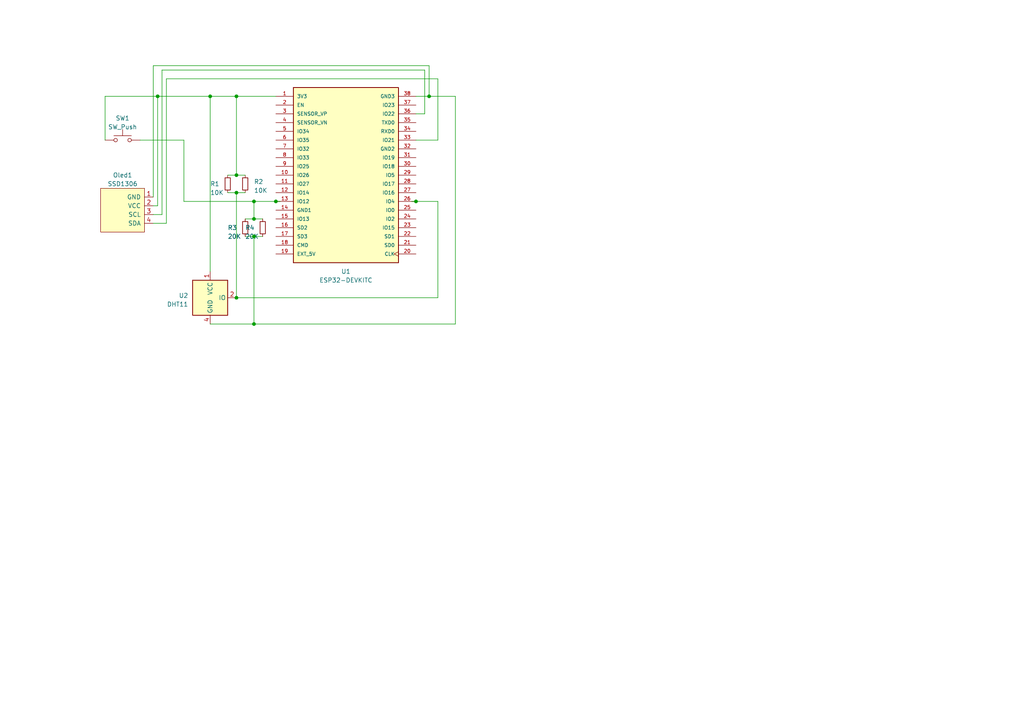
<source format=kicad_sch>
(kicad_sch (version 20230121) (generator eeschema)
  (paper "A4")
  (lib_symbols
    (symbol "Device:R_Small" (pin_numbers hide) (pin_names (offset 0.254) hide)
      (property "Reference" "R" (at 0.762 0.508 0))
      (property "Value" "R_Small" (at 0.762 -1.016 0))
      (symbol "R_Small_0_1"
        (rectangle (start -0.762 1.778) (end 0.762 -1.778) (stroke (width 0.2032)))
      )
      (symbol "R_Small_1_1"
        (pin passive line (at 0 2.54 270) (length 0.762) (name "~") (number "1"))
        (pin passive line (at 0 -2.54 90) (length 0.762) (name "~") (number "2"))
      )
    )
    (symbol "ESP32-DEVKITC:ESP32-DEVKITC" (pin_names (offset 1.016))
      (property "Reference" "U" (at -15.2572 26.0643 0))
      (property "Value" "ESP32-DEVKITC" (at -15.2563 -27.9698 0))
      (symbol "ESP32-DEVKITC_0_0"
        (rectangle (start -15.24 -25.4) (end 15.24 25.4) (stroke (width 0.254)) (fill (type background)))
        (pin power_in line (at -20.32 22.86 0) (length 5.08) (name "3V3") (number "1"))
        (pin bidirectional line (at -20.32 0 0) (length 5.08) (name "IO26") (number "10"))
        (pin bidirectional line (at -20.32 -2.54 0) (length 5.08) (name "IO27") (number "11"))
        (pin bidirectional line (at -20.32 -5.08 0) (length 5.08) (name "IO14") (number "12"))
        (pin bidirectional line (at -20.32 -7.62 0) (length 5.08) (name "IO12") (number "13"))
        (pin power_in line (at -20.32 -10.16 0) (length 5.08) (name "GND1") (number "14"))
        (pin bidirectional line (at -20.32 -12.7 0) (length 5.08) (name "IO13") (number "15"))
        (pin bidirectional line (at -20.32 -15.24 0) (length 5.08) (name "SD2") (number "16"))
        (pin bidirectional line (at -20.32 -17.78 0) (length 5.08) (name "SD3") (number "17"))
        (pin bidirectional line (at -20.32 -20.32 0) (length 5.08) (name "CMD") (number "18"))
        (pin power_in line (at -20.32 -22.86 0) (length 5.08) (name "EXT_5V") (number "19"))
        (pin input line (at -20.32 20.32 0) (length 5.08) (name "EN") (number "2"))
        (pin input clock (at 20.32 -22.86 180) (length 5.08) (name "CLK") (number "20"))
        (pin bidirectional line (at 20.32 -20.32 180) (length 5.08) (name "SD0") (number "21"))
        (pin bidirectional line (at 20.32 -17.78 180) (length 5.08) (name "SD1") (number "22"))
        (pin bidirectional line (at 20.32 -15.24 180) (length 5.08) (name "IO15") (number "23"))
        (pin bidirectional line (at 20.32 -12.7 180) (length 5.08) (name "IO2") (number "24"))
        (pin bidirectional line (at 20.32 -10.16 180) (length 5.08) (name "IO0") (number "25"))
        (pin bidirectional line (at 20.32 -7.62 180) (length 5.08) (name "IO4") (number "26"))
        (pin bidirectional line (at 20.32 -5.08 180) (length 5.08) (name "IO16") (number "27"))
        (pin bidirectional line (at 20.32 -2.54 180) (length 5.08) (name "IO17") (number "28"))
        (pin bidirectional line (at 20.32 0 180) (length 5.08) (name "IO5") (number "29"))
        (pin input line (at -20.32 17.78 0) (length 5.08) (name "SENSOR_VP") (number "3"))
        (pin bidirectional line (at 20.32 2.54 180) (length 5.08) (name "IO18") (number "30"))
        (pin bidirectional line (at 20.32 5.08 180) (length 5.08) (name "IO19") (number "31"))
        (pin power_in line (at 20.32 7.62 180) (length 5.08) (name "GND2") (number "32"))
        (pin bidirectional line (at 20.32 10.16 180) (length 5.08) (name "IO21") (number "33"))
        (pin input line (at 20.32 12.7 180) (length 5.08) (name "RXD0") (number "34"))
        (pin output line (at 20.32 15.24 180) (length 5.08) (name "TXD0") (number "35"))
        (pin bidirectional line (at 20.32 17.78 180) (length 5.08) (name "IO22") (number "36"))
        (pin bidirectional line (at 20.32 20.32 180) (length 5.08) (name "IO23") (number "37"))
        (pin power_in line (at 20.32 22.86 180) (length 5.08) (name "GND3") (number "38"))
        (pin input line (at -20.32 15.24 0) (length 5.08) (name "SENSOR_VN") (number "4"))
        (pin bidirectional line (at -20.32 12.7 0) (length 5.08) (name "IO34") (number "5"))
        (pin bidirectional line (at -20.32 10.16 0) (length 5.08) (name "IO35") (number "6"))
        (pin bidirectional line (at -20.32 7.62 0) (length 5.08) (name "IO32") (number "7"))
        (pin bidirectional line (at -20.32 5.08 0) (length 5.08) (name "IO33") (number "8"))
        (pin bidirectional line (at -20.32 2.54 0) (length 5.08) (name "IO25") (number "9"))
      )
    )
    (symbol "SSD1306_1" (pin_names (offset 1.016))
      (property "Reference" "Oled" (at 0 -3.81 0))
      (property "Value" "SSD1306" (at 0 -1.27 0))
      (symbol "SSD1306_1_0_1"
        (rectangle (start -6.35 6.35) (end 6.35 -6.35) (fill (type background)))
      )
      (symbol "SSD1306_1_1_1"
        (pin input line (at -3.81 8.89 270) (length 2.54) (name "GND") (number "1"))
        (pin input line (at -1.27 8.89 270) (length 2.54) (name "VCC") (number "2"))
        (pin input line (at 1.27 8.89 270) (length 2.54) (name "SCL") (number "3"))
        (pin input line (at 3.81 8.89 270) (length 2.54) (name "SDA") (number "4"))
      )
    )
    (symbol "Sensor:DHT11"
      (property "Reference" "U" (at -3.81 6.35 0))
      (property "Value" "DHT11" (at 3.81 6.35 0))
      (symbol "DHT11_0_1"
        (rectangle (start -5.08 5.08) (end 5.08 -5.08) (stroke (width 0.254)) (fill (type background)))
      )
      (symbol "DHT11_1_1"
        (pin power_in line (at 0 7.62 270) (length 2.54) (name "VCC") (number "1"))
        (pin bidirectional line (at 7.62 0 180) (length 2.54) (name "IO") (number "2"))
        (pin no_connect line (at -5.08 0 0) (length 2.54) hide (name "NC") (number "3"))
        (pin power_in line (at 0 -7.62 90) (length 2.54) (name "GND") (number "4"))
      )
    )
    (symbol "Switch:SW_Push" (pin_numbers hide) (pin_names (offset 1.016) hide)
      (property "Reference" "SW" (at 1.27 2.54 0))
      (property "Value" "SW_Push" (at 0 -1.524 0))
      (symbol "SW_Push_0_1"
        (circle (center -2.032 0) (radius 0.508))
        (polyline (pts (xy 0 1.27) (xy 0 3.048)))
        (polyline (pts (xy 2.54 1.27) (xy -2.54 1.27)))
        (circle (center 2.032 0) (radius 0.508))
        (pin passive line (at -5.08 0 0) (length 2.54) (name "1") (number "1"))
        (pin passive line (at 5.08 0 180) (length 2.54) (name "2") (number "2"))
      )
    )
  )
  (junction (at 60.96 27.94))
  (junction (at 73.66 93.98))
  (junction (at 73.66 68.58))
  (junction (at 68.58 27.94))
  (junction (at 68.58 50.8))
  (junction (at 68.58 86.36))
  (junction (at 80.01 58.42))
  (junction (at 73.66 63.5))
  (junction (at 124.46 27.94))
  (junction (at 73.66 58.42))
  (junction (at 120.65 58.42))
  (junction (at 45.72 27.94))
  (junction (at 68.58 55.88))
  (wire (pts (xy 127 22.86) (xy 127 40.64)))
  (wire (pts (xy 66.04 55.88) (xy 68.58 55.88)))
  (wire (pts (xy 73.66 58.42) (xy 73.66 63.5)))
  (wire (pts (xy 44.45 62.23) (xy 46.99 62.23)))
  (wire (pts (xy 60.96 27.94) (xy 68.58 27.94)))
  (wire (pts (xy 73.66 68.58) (xy 76.2 68.58)))
  (wire (pts (xy 127 40.64) (xy 120.65 40.64)))
  (wire (pts (xy 46.99 62.23) (xy 46.99 20.32)))
  (wire (pts (xy 73.66 68.58) (xy 73.66 93.98)))
  (wire (pts (xy 46.99 20.32) (xy 123.19 20.32)))
  (wire (pts (xy 80.01 58.42) (xy 81.28 58.42)))
  (wire (pts (xy 73.66 58.42) (xy 80.01 58.42)))
  (wire (pts (xy 44.45 19.05) (xy 124.46 19.05)))
  (wire (pts (xy 71.12 63.5) (xy 73.66 63.5)))
  (wire (pts (xy 48.26 64.77) (xy 48.26 22.86)))
  (wire (pts (xy 132.08 27.94) (xy 124.46 27.94)))
  (wire (pts (xy 123.19 33.02) (xy 120.65 33.02)))
  (wire (pts (xy 53.34 40.64) (xy 53.34 58.42)))
  (wire (pts (xy 124.46 19.05) (xy 124.46 27.94)))
  (wire (pts (xy 68.58 55.88) (xy 71.12 55.88)))
  (wire (pts (xy 30.48 27.94) (xy 45.72 27.94)))
  (wire (pts (xy 68.58 86.36) (xy 127 86.36)))
  (wire (pts (xy 66.04 50.8) (xy 68.58 50.8)))
  (wire (pts (xy 60.96 93.98) (xy 73.66 93.98)))
  (wire (pts (xy 120.65 58.42) (xy 127 58.42)))
  (wire (pts (xy 30.48 40.64) (xy 30.48 27.94)))
  (wire (pts (xy 45.72 59.69) (xy 45.72 27.94)))
  (wire (pts (xy 44.45 59.69) (xy 45.72 59.69)))
  (wire (pts (xy 68.58 55.88) (xy 68.58 86.36)))
  (wire (pts (xy 68.58 50.8) (xy 71.12 50.8)))
  (wire (pts (xy 132.08 93.98) (xy 132.08 27.94)))
  (wire (pts (xy 124.46 27.94) (xy 120.65 27.94)))
  (wire (pts (xy 73.66 63.5) (xy 76.2 63.5)))
  (wire (pts (xy 119.38 58.42) (xy 120.65 58.42)))
  (wire (pts (xy 73.66 93.98) (xy 132.08 93.98)))
  (wire (pts (xy 44.45 57.15) (xy 44.45 19.05)))
  (wire (pts (xy 68.58 27.94) (xy 80.01 27.94)))
  (wire (pts (xy 45.72 27.94) (xy 60.96 27.94)))
  (wire (pts (xy 44.45 64.77) (xy 48.26 64.77)))
  (wire (pts (xy 48.26 22.86) (xy 127 22.86)))
  (wire (pts (xy 40.64 40.64) (xy 53.34 40.64)))
  (wire (pts (xy 71.12 68.58) (xy 73.66 68.58)))
  (wire (pts (xy 68.58 27.94) (xy 68.58 50.8)))
  (wire (pts (xy 53.34 58.42) (xy 73.66 58.42)))
  (wire (pts (xy 127 86.36) (xy 127 58.42)))
  (wire (pts (xy 123.19 20.32) (xy 123.19 33.02)))
  (wire (pts (xy 60.96 27.94) (xy 60.96 78.74)))
  (symbol (lib_id "Device:R_Small") (at 76.2 66.04 0) (unit 1)
    (property "Reference" "R4" (at 71.12 66.04 0) (effects (justify left)))
    (property "Value" "20K" (at 71.12 68.58 0) (effects (justify left)))
  )
  (symbol (lib_id "Sensor:DHT11") (at 60.96 86.36 0) (unit 1)
    (property "Reference" "U2" (at 54.61 85.725 0) (effects (justify right)))
    (property "Value" "DHT11" (at 54.61 88.265 0) (effects (justify right)))
    (property "Footprint" "Sensor:Aosong_DHT11_5.5x12.0_P2.54mm" (effects hide))
    (property "Datasheet" "http://akizukidenshi.com/download/ds/aosong/DHT11.pdf" (effects hide))
  )
  (symbol (lib_name "SSD1306_1") (lib_id "SSD1306-128x64_OLED:SSD1306") (at 35.56 60.96 270) (unit 1)
    (property "Reference" "Oled1" (at 35.56 50.8 90))
    (property "Value" "SSD1306" (at 35.56 53.34 90))
  )
  (symbol (lib_id "Switch:SW_Push") (at 35.56 40.64 0) (unit 1)
    (property "Reference" "SW1" (at 35.56 34.29 0))
    (property "Value" "SW_Push" (at 35.56 36.83 0))
  )
  (symbol (lib_id "ESP32-DEVKITC:ESP32-DEVKITC") (at 100.33 50.8 0) (unit 1)
    (property "Reference" "U1" (at 100.33 78.74 0))
    (property "Value" "ESP32-DEVKITC" (at 100.33 81.28 0))
    (property "Footprint" "MODULE_ESP32-DEVKITC" (effects hide))
    (property "PARTREV" "N/A" (effects hide))
    (property "STANDARD" "Manufacturer Recommendations" (effects hide))
    (property "MANUFACTURER" "ESPRESSIF" (effects hide))
  )
  (symbol (lib_id "Device:R_Small") (at 71.12 66.04 0) (unit 1)
    (property "Reference" "R3" (at 66.04 66.04 0) (effects (justify left)))
    (property "Value" "20K" (at 66.04 68.58 0) (effects (justify left)))
  )
  (symbol (lib_id "Device:R_Small") (at 71.12 53.34 0) (unit 1)
    (property "Reference" "R2" (at 73.66 52.705 0) (effects (justify left)))
    (property "Value" "10K" (at 73.66 55.245 0) (effects (justify left)))
  )
  (symbol (lib_id "Device:R_Small") (at 66.04 53.34 0) (unit 1)
    (property "Reference" "R1" (at 60.96 53.34 0) (effects (justify left)))
    (property "Value" "10K" (at 60.96 55.88 0) (effects (justify left)))
  )
)
</source>
